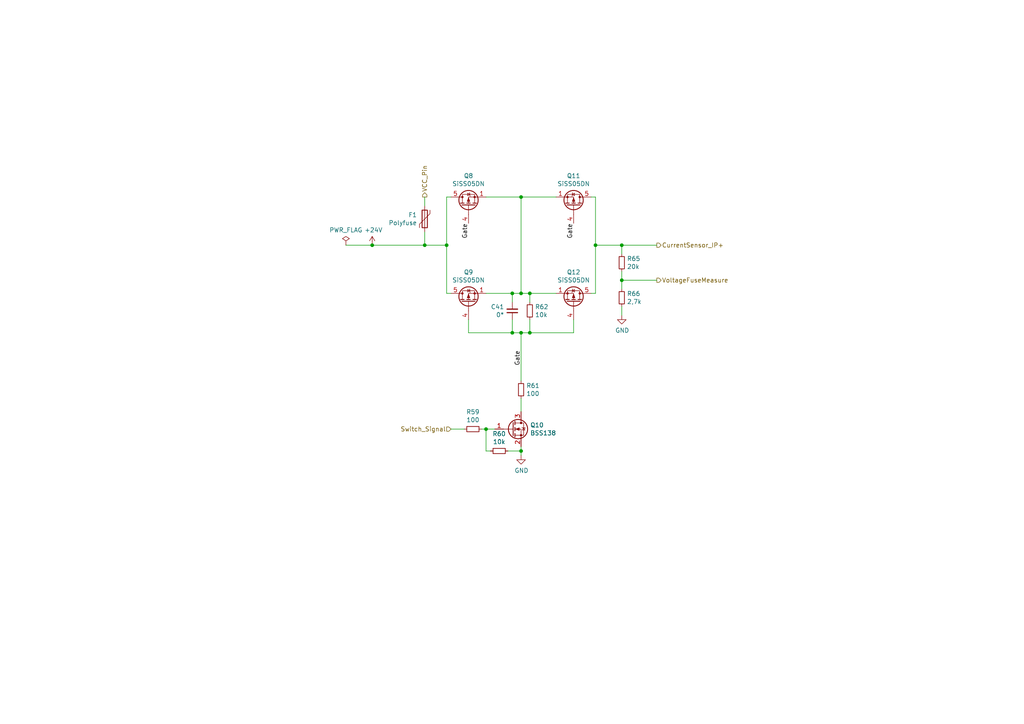
<source format=kicad_sch>
(kicad_sch (version 20231120) (generator "eeschema") (generator_version "8.0")
  (paper "A4")
  (title_block (title "eFuse"))
  (lib_symbols
    (symbol "BMS_LV_2022-rescue:+24V-power" (power) (pin_names (offset 0))
      (property "Value" "power_+24V" (at 0 3.556 0))
      (symbol "+24V-power_0_1"
        (polyline (pts (xy -0.762 1.27) (xy 0 2.54)))
        (polyline (pts (xy 0 0) (xy 0 2.54)))
        (polyline (pts (xy 0 2.54) (xy 0.762 1.27)))
      )
      (symbol "+24V-power_1_1"
        (pin power_in line (at 0 0 90) (length 0) hide (name "+24V") (number "1"))
      )
    )
    (symbol "BMS_LV_2022-rescue:GND-power" (power) (pin_names (offset 0))
      (property "Value" "power_GND" (at 0 -3.81 0))
      (symbol "GND-power_0_1"
        (polyline (pts (xy 0 0) (xy 0 -1.27) (xy 1.27 -1.27) (xy 0 -2.54) (xy -1.27 -1.27) (xy 0 -1.27)))
      )
      (symbol "GND-power_1_1"
        (pin power_in line (at 0 0 270) (length 0) hide (name "GND") (number "1"))
      )
    )
    (symbol "BMS_LV_2022-rescue:PWR_FLAG-power" (power) (pin_numbers hide) (pin_names (offset 0) hide)
      (property "Value" "power_PWR_FLAG" (at 0 3.81 0))
      (symbol "PWR_FLAG-power_0_0"
        (pin power_out line (at 0 0 90) (length 0) (name "pwr") (number "1"))
      )
      (symbol "PWR_FLAG-power_0_1"
        (polyline (pts (xy 0 0) (xy 0 1.27) (xy -1.016 1.905) (xy 0 2.54) (xy 1.016 1.905) (xy 0 1.27)))
      )
    )
    (symbol "BMS_LV_2022-rescue:SiSS27DN-Transistor_FET" (pin_names hide)
      (property "Reference" "Q" (at 5.08 1.905 0))
      (property "Value" "SiSS27DN-Transistor_FET" (at 5.08 0 0))
      (symbol "SiSS27DN-Transistor_FET_0_1"
        (polyline (pts (xy 0.254 0) (xy -2.54 0)))
        (polyline (pts (xy 0.254 1.905) (xy 0.254 -1.905)) (stroke (width 0.254)))
        (polyline (pts (xy 0.762 -1.27) (xy 0.762 -2.286)) (stroke (width 0.254)))
        (polyline (pts (xy 0.762 0.508) (xy 0.762 -0.508)) (stroke (width 0.254)))
        (polyline (pts (xy 0.762 2.286) (xy 0.762 1.27)) (stroke (width 0.254)))
        (polyline (pts (xy 2.54 2.54) (xy 2.54 1.778)))
        (polyline (pts (xy 2.54 -2.54) (xy 2.54 0) (xy 0.762 0)))
        (polyline (pts (xy 0.762 1.778) (xy 3.302 1.778) (xy 3.302 -1.778) (xy 0.762 -1.778)))
        (polyline (pts (xy 2.286 0) (xy 1.27 0.381) (xy 1.27 -0.381) (xy 2.286 0)) (fill (type outline)))
        (polyline (pts (xy 2.794 -0.508) (xy 2.921 -0.381) (xy 3.683 -0.381) (xy 3.81 -0.254)))
        (polyline (pts (xy 3.302 -0.381) (xy 2.921 0.254) (xy 3.683 0.254) (xy 3.302 -0.381)))
        (circle (center 1.651 0) (radius 2.794) (stroke (width 0.254)))
        (circle (center 2.54 -1.778) (radius 0.254) (fill (type outline)))
        (circle (center 2.54 1.778) (radius 0.254) (fill (type outline)))
      )
      (symbol "SiSS27DN-Transistor_FET_1_1"
        (pin passive line (at 2.54 -5.08 90) (length 2.54) (name "S") (number "1"))
        (pin passive line (at 2.54 -5.08 90) (length 2.54) hide (name "S") (number "2"))
        (pin passive line (at 2.54 -5.08 90) (length 2.54) hide (name "S") (number "3"))
        (pin passive line (at -5.08 0 0) (length 2.54) (name "G") (number "4"))
        (pin passive line (at 2.54 5.08 270) (length 2.54) (name "D") (number "5"))
      )
    )
    (symbol "Device:C_Small" (pin_numbers hide) (pin_names (offset 0.254) hide)
      (property "Reference" "C" (at 0.254 1.778 0))
      (property "Value" "C_Small" (at 0.254 -2.032 0))
      (symbol "C_Small_0_1"
        (polyline (pts (xy -1.524 -0.508) (xy 1.524 -0.508)) (stroke (width 0.3302)))
        (polyline (pts (xy -1.524 0.508) (xy 1.524 0.508)) (stroke (width 0.3048)))
      )
      (symbol "C_Small_1_1"
        (pin passive line (at 0 2.54 270) (length 2.032) (name "~") (number "1"))
        (pin passive line (at 0 -2.54 90) (length 2.032) (name "~") (number "2"))
      )
    )
    (symbol "Device:Polyfuse" (pin_numbers hide) (pin_names (offset 0))
      (property "Reference" "F" (at -2.54 0 90))
      (property "Value" "Polyfuse" (at 2.54 0 90))
      (symbol "Polyfuse_0_1"
        (rectangle (start -0.762 2.54) (end 0.762 -2.54) (stroke (width 0.254)))
        (polyline (pts (xy 0 2.54) (xy 0 -2.54)))
        (polyline (pts (xy -1.524 2.54) (xy -1.524 1.524) (xy 1.524 -1.524) (xy 1.524 -2.54)))
      )
      (symbol "Polyfuse_1_1"
        (pin passive line (at 0 3.81 270) (length 1.27) (name "~") (number "1"))
        (pin passive line (at 0 -3.81 90) (length 1.27) (name "~") (number "2"))
      )
    )
    (symbol "Device:R_Small" (pin_numbers hide) (pin_names (offset 0.254) hide)
      (property "Reference" "R" (at 0.762 0.508 0))
      (property "Value" "R_Small" (at 0.762 -1.016 0))
      (symbol "R_Small_0_1"
        (rectangle (start -0.762 1.778) (end 0.762 -1.778) (stroke (width 0.2032)))
      )
      (symbol "R_Small_1_1"
        (pin passive line (at 0 2.54 270) (length 0.762) (name "~") (number "1"))
        (pin passive line (at 0 -2.54 90) (length 0.762) (name "~") (number "2"))
      )
    )
    (symbol "Transistor_FET:BSS138" (pin_names hide)
      (property "Reference" "Q" (at 5.08 1.905 0))
      (property "Value" "BSS138" (at 5.08 0 0))
      (symbol "BSS138_0_1"
        (polyline (pts (xy 0.254 0) (xy -2.54 0)))
        (polyline (pts (xy 0.254 1.905) (xy 0.254 -1.905)) (stroke (width 0.254)))
        (polyline (pts (xy 0.762 -1.27) (xy 0.762 -2.286)) (stroke (width 0.254)))
        (polyline (pts (xy 0.762 0.508) (xy 0.762 -0.508)) (stroke (width 0.254)))
        (polyline (pts (xy 0.762 2.286) (xy 0.762 1.27)) (stroke (width 0.254)))
        (polyline (pts (xy 2.54 2.54) (xy 2.54 1.778)))
        (polyline (pts (xy 2.54 -2.54) (xy 2.54 0) (xy 0.762 0)))
        (polyline (pts (xy 0.762 -1.778) (xy 3.302 -1.778) (xy 3.302 1.778) (xy 0.762 1.778)))
        (polyline (pts (xy 1.016 0) (xy 2.032 0.381) (xy 2.032 -0.381) (xy 1.016 0)) (fill (type outline)))
        (polyline (pts (xy 2.794 0.508) (xy 2.921 0.381) (xy 3.683 0.381) (xy 3.81 0.254)))
        (polyline (pts (xy 3.302 0.381) (xy 2.921 -0.254) (xy 3.683 -0.254) (xy 3.302 0.381)))
        (circle (center 1.651 0) (radius 2.794) (stroke (width 0.254)))
        (circle (center 2.54 -1.778) (radius 0.254) (fill (type outline)))
        (circle (center 2.54 1.778) (radius 0.254) (fill (type outline)))
      )
      (symbol "BSS138_1_1"
        (pin input line (at -5.08 0 0) (length 2.54) (name "G") (number "1"))
        (pin passive line (at 2.54 -5.08 90) (length 2.54) (name "S") (number "2"))
        (pin passive line (at 2.54 5.08 270) (length 2.54) (name "D") (number "3"))
      )
    )
  )
  (junction (at 148.59 96.52))
  (junction (at 153.67 96.52))
  (junction (at 153.67 85.09))
  (junction (at 107.95 71.12))
  (junction (at 151.13 96.52))
  (junction (at 151.13 85.09))
  (junction (at 148.59 85.09))
  (junction (at 123.19 71.12))
  (junction (at 140.97 124.46))
  (junction (at 129.54 71.12))
  (junction (at 172.72 71.12))
  (junction (at 180.34 81.28))
  (junction (at 151.13 130.81))
  (junction (at 180.34 71.12))
  (junction (at 151.13 57.15))
  (wire (pts (xy 151.13 115.57) (xy 151.13 119.38)))
  (wire (pts (xy 130.81 57.15) (xy 129.54 57.15)))
  (wire (pts (xy 148.59 96.52) (xy 151.13 96.52)))
  (wire (pts (xy 107.95 71.12) (xy 123.19 71.12)))
  (wire (pts (xy 140.97 57.15) (xy 151.13 57.15)))
  (wire (pts (xy 153.67 85.09) (xy 153.67 87.63)))
  (wire (pts (xy 151.13 85.09) (xy 153.67 85.09)))
  (wire (pts (xy 140.97 124.46) (xy 143.51 124.46)))
  (wire (pts (xy 166.37 92.71) (xy 166.37 96.52)))
  (wire (pts (xy 172.72 85.09) (xy 171.45 85.09)))
  (wire (pts (xy 140.97 124.46) (xy 139.7 124.46)))
  (wire (pts (xy 180.34 71.12) (xy 190.5 71.12)))
  (wire (pts (xy 135.89 96.52) (xy 135.89 92.71)))
  (wire (pts (xy 123.19 71.12) (xy 129.54 71.12)))
  (wire (pts (xy 172.72 71.12) (xy 172.72 57.15)))
  (wire (pts (xy 151.13 110.49) (xy 151.13 96.52)))
  (wire (pts (xy 123.19 71.12) (xy 123.19 67.31)))
  (wire (pts (xy 151.13 130.81) (xy 151.13 132.08)))
  (wire (pts (xy 180.34 88.9) (xy 180.34 91.44)))
  (wire (pts (xy 153.67 92.71) (xy 153.67 96.52)))
  (wire (pts (xy 140.97 85.09) (xy 148.59 85.09)))
  (wire (pts (xy 151.13 129.54) (xy 151.13 130.81)))
  (wire (pts (xy 151.13 85.09) (xy 151.13 57.15)))
  (wire (pts (xy 134.62 124.46) (xy 130.81 124.46)))
  (wire (pts (xy 123.19 59.69) (xy 123.19 57.15)))
  (wire (pts (xy 147.32 130.81) (xy 151.13 130.81)))
  (wire (pts (xy 148.59 92.71) (xy 148.59 96.52)))
  (wire (pts (xy 140.97 124.46) (xy 140.97 130.81)))
  (wire (pts (xy 107.95 71.12) (xy 100.33 71.12)))
  (wire (pts (xy 153.67 85.09) (xy 161.29 85.09)))
  (wire (pts (xy 172.72 85.09) (xy 172.72 71.12)))
  (wire (pts (xy 180.34 81.28) (xy 180.34 83.82)))
  (wire (pts (xy 180.34 78.74) (xy 180.34 81.28)))
  (wire (pts (xy 151.13 96.52) (xy 153.67 96.52)))
  (wire (pts (xy 135.89 96.52) (xy 148.59 96.52)))
  (wire (pts (xy 172.72 71.12) (xy 180.34 71.12)))
  (wire (pts (xy 140.97 130.81) (xy 142.24 130.81)))
  (wire (pts (xy 153.67 96.52) (xy 166.37 96.52)))
  (wire (pts (xy 180.34 73.66) (xy 180.34 71.12)))
  (wire (pts (xy 180.34 81.28) (xy 190.5 81.28)))
  (wire (pts (xy 148.59 85.09) (xy 151.13 85.09)))
  (wire (pts (xy 151.13 57.15) (xy 161.29 57.15)))
  (wire (pts (xy 129.54 71.12) (xy 129.54 85.09)))
  (wire (pts (xy 148.59 85.09) (xy 148.59 87.63)))
  (wire (pts (xy 130.81 85.09) (xy 129.54 85.09)))
  (wire (pts (xy 129.54 57.15) (xy 129.54 71.12)))
  (wire (pts (xy 171.45 57.15) (xy 172.72 57.15)))
  (label "Gate" (at 166.37 64.77 270))
  (label "Gate" (at 151.13 101.6 270))
  (label "Gate" (at 135.89 64.77 270))
  (hierarchical_label "VCC_Pin" (shape output) (at 123.19 57.15 90))
  (hierarchical_label "VoltageFuseMeasure" (shape output) (at 190.5 81.28 0))
  (hierarchical_label "CurrentSensor_IP+" (shape output) (at 190.5 71.12 0))
  (hierarchical_label "Switch_Signal" (shape input) (at 130.81 124.46 180))
  (symbol (lib_id "Device:Polyfuse") (at 123.19 63.5 0) (mirror y) (unit 1)
    (property "Reference" "F1" (at 120.9548 62.3316 0) (effects (justify left)))
    (property "Value" "Polyfuse" (at 120.9548 64.643 0) (effects (justify left)))
    (property "Footprint" "Fuse:Fuse_1206_3216Metric" (effects (hide yes)))
    (property "Datasheet" "https://pl.mouser.com/datasheet/2/643/ds_CP_0zcj_series-1664160.pdf" (effects (hide yes)))
    (property "Part Number" "0ZCJ0020FF2E" (effects (hide yes)))
  )
  (symbol (lib_id "BMS_LV_2022-rescue:SiSS27DN-Transistor_FET") (at 135.89 59.69 90) (unit 1)
    (property "Reference" "Q8" (at 135.89 51.0032 90))
    (property "Value" "SiSS05DN" (at 135.89 53.3146 90))
    (property "Footprint" "Package_SO:Vishay_PowerPAK_1212-8_Single" (effects (hide yes)))
    (property "Datasheet" "https://www.farnell.com/datasheets/2818743.pdf" (effects (hide yes)))
    (property "Part Number" "SISS05DN-T1-GE3" (effects (hide yes)))
  )
  (symbol (lib_id "BMS_LV_2022-rescue:SiSS27DN-Transistor_FET") (at 135.89 87.63 90) (unit 1)
    (property "Reference" "Q9" (at 135.89 78.9432 90))
    (property "Value" "SiSS05DN" (at 135.89 81.2546 90))
    (property "Footprint" "Package_SO:Vishay_PowerPAK_1212-8_Single" (effects (hide yes)))
    (property "Datasheet" "https://www.farnell.com/datasheets/2818743.pdf" (effects (hide yes)))
    (property "Part Number" "SISS05DN-T1-GE3" (effects (hide yes)))
  )
  (symbol (lib_id "BMS_LV_2022-rescue:SiSS27DN-Transistor_FET") (at 166.37 59.69 270) (mirror x) (unit 1)
    (property "Reference" "Q11" (at 166.37 51.0032 90))
    (property "Value" "SiSS05DN" (at 166.37 53.3146 90))
    (property "Footprint" "Package_SO:Vishay_PowerPAK_1212-8_Single" (effects (hide yes)))
    (property "Datasheet" "https://www.farnell.com/datasheets/2818743.pdf" (effects (hide yes)))
    (property "Part Number" "SISS05DN-T1-GE3" (effects (hide yes)))
  )
  (symbol (lib_id "BMS_LV_2022-rescue:SiSS27DN-Transistor_FET") (at 166.37 87.63 270) (mirror x) (unit 1)
    (property "Reference" "Q12" (at 166.37 78.9432 90))
    (property "Value" "SiSS05DN" (at 166.37 81.2546 90))
    (property "Footprint" "Package_SO:Vishay_PowerPAK_1212-8_Single" (effects (hide yes)))
    (property "Datasheet" "https://www.farnell.com/datasheets/2818743.pdf" (effects (hide yes)))
    (property "Part Number" "SISS05DN-T1-GE3" (effects (hide yes)))
  )
  (symbol (lib_id "BMS_LV_2022-rescue:PWR_FLAG-power") (at 100.33 71.12 0) (unit 1)
    (property "Reference" "#FLG0106" (effects (hide yes)))
    (property "Value" "PWR_FLAG" (at 100.33 66.7258 0))
  )
  (symbol (lib_id "Device:R_Small") (at 180.34 76.2 0) (unit 1)
    (property "Reference" "R65" (at 181.8386 75.0316 0) (effects (justify left)))
    (property "Value" "20k" (at 181.8386 77.343 0) (effects (justify left)))
    (property "Footprint" "Resistor_SMD:R_0603_1608Metric" (effects (hide yes)))
  )
  (symbol (lib_id "Device:R_Small") (at 180.34 86.36 0) (unit 1)
    (property "Reference" "R66" (at 181.8386 85.1916 0) (effects (justify left)))
    (property "Value" "2,7k" (at 181.8386 87.503 0) (effects (justify left)))
    (property "Footprint" "Resistor_SMD:R_0603_1608Metric" (effects (hide yes)))
  )
  (symbol (lib_id "BMS_LV_2022-rescue:GND-power") (at 180.34 91.44 0) (unit 1)
    (property "Reference" "#PWR0101" (effects (hide yes)))
    (property "Value" "GND" (at 180.467 95.8342 0))
  )
  (symbol (lib_id "BMS_LV_2022-rescue:+24V-power") (at 107.95 71.12 0) (unit 1)
    (property "Reference" "#PWR047" (effects (hide yes)))
    (property "Value" "+24V" (at 108.331 66.7258 0))
  )
  (symbol (lib_id "BMS_LV_2022-rescue:GND-power") (at 151.13 132.08 0) (unit 1)
    (property "Reference" "#PWR048" (effects (hide yes)))
    (property "Value" "GND" (at 151.257 136.4742 0))
  )
  (symbol (lib_id "Transistor_FET:BSS138") (at 148.59 124.46 0) (unit 1)
    (property "Reference" "Q10" (at 153.7716 123.2916 0) (effects (justify left)))
    (property "Value" "BSS138" (at 153.7716 125.603 0) (effects (justify left)))
    (property "Footprint" "Package_TO_SOT_SMD:SOT-23" (effects (hide yes)))
    (property "Datasheet" "https://www.onsemi.com/pub/Collateral/BSS138-D.PDF" (effects (hide yes)))
  )
  (symbol (lib_id "Device:R_Small") (at 137.16 124.46 270) (unit 1)
    (property "Reference" "R59" (at 137.16 119.4816 90))
    (property "Value" "100" (at 137.16 121.793 90))
    (property "Footprint" "Resistor_SMD:R_0603_1608Metric" (effects (hide yes)))
  )
  (symbol (lib_id "Device:R_Small") (at 144.78 130.81 90) (unit 1)
    (property "Reference" "R60" (at 144.78 125.8316 90))
    (property "Value" "10k" (at 144.78 128.143 90))
    (property "Footprint" "Resistor_SMD:R_0603_1608Metric" (effects (hide yes)))
  )
  (symbol (lib_id "Device:C_Small") (at 148.59 90.17 0) (mirror x) (unit 1)
    (property "Reference" "C41" (at 146.2532 89.0016 0) (effects (justify right)))
    (property "Value" "0*" (at 146.2532 91.313 0) (effects (justify right)))
    (property "Footprint" "Capacitor_SMD:C_0603_1608Metric" (effects (hide yes)))
  )
  (symbol (lib_id "Device:R_Small") (at 153.67 90.17 0) (unit 1)
    (property "Reference" "R62" (at 155.1686 89.0016 0) (effects (justify left)))
    (property "Value" "10k" (at 155.1686 91.313 0) (effects (justify left)))
    (property "Footprint" "Resistor_SMD:R_0603_1608Metric" (effects (hide yes)))
  )
  (symbol (lib_id "Device:R_Small") (at 151.13 113.03 0) (unit 1)
    (property "Reference" "R61" (at 152.6286 111.8616 0) (effects (justify left)))
    (property "Value" "100" (at 152.6286 114.173 0) (effects (justify left)))
    (property "Footprint" "Resistor_SMD:R_0603_1608Metric" (effects (hide yes)))
  )
)
</source>
